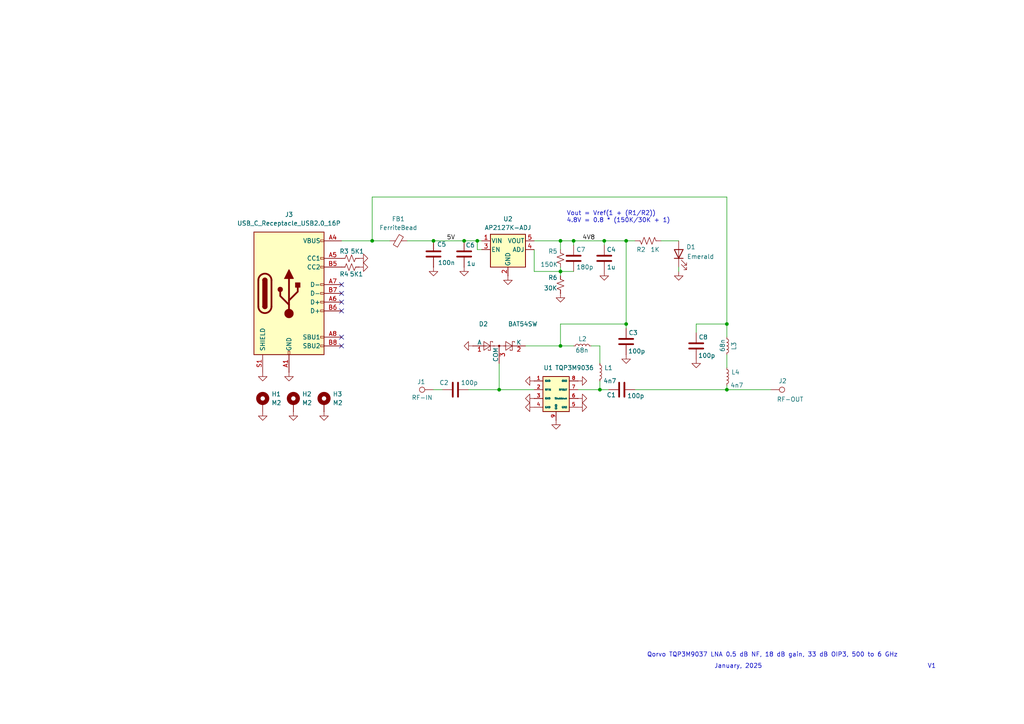
<source format=kicad_sch>
(kicad_sch (version 20231120) (generator "eeschema") (generator_version "8.0")
  (paper "A4")
  (lib_symbols
    (symbol "Connector:TestPoint" (pin_numbers hide) (pin_names (offset 0.762) hide)
      (property "Reference" "TP" (at 0 6.858 0))
      (property "Value" "TestPoint" (at 0 5.08 0))
      (symbol "TestPoint_0_1"
        (circle (center 0 3.302) (radius 0.762))
      )
      (symbol "TestPoint_1_1"
        (pin passive line (at 0 0 90) (length 2.54) (name "1") (number "1"))
      )
    )
    (symbol "Connector:USB_C_Receptacle_USB2.0_16P" (pin_names (offset 1.016))
      (property "Reference" "J" (at 0 22.225 0))
      (property "Value" "USB_C_Receptacle_USB2.0_16P" (at 0 19.685 0))
      (symbol "USB_C_Receptacle_USB2.0_16P_0_0"
        (rectangle (start -0.254 -17.78) (end 0.254 -16.764))
        (rectangle (start 10.16 -14.986) (end 9.144 -15.494))
        (rectangle (start 10.16 -12.446) (end 9.144 -12.954))
        (rectangle (start 10.16 -4.826) (end 9.144 -5.334))
        (rectangle (start 10.16 -2.286) (end 9.144 -2.794))
        (rectangle (start 10.16 0.254) (end 9.144 -0.254))
        (rectangle (start 10.16 2.794) (end 9.144 2.286))
        (rectangle (start 10.16 7.874) (end 9.144 7.366))
        (rectangle (start 10.16 10.414) (end 9.144 9.906))
        (rectangle (start 10.16 15.494) (end 9.144 14.986))
      )
      (symbol "USB_C_Receptacle_USB2.0_16P_0_1"
        (rectangle (start -10.16 17.78) (end 10.16 -17.78) (stroke (width 0.254)) (fill (type background)))
        (arc (start -8.89 -3.81) (mid -6.985 -5.7067) (end -5.08 -3.81) (stroke (width 0.508)))
        (arc (start -7.62 -3.81) (mid -6.985 -4.4423) (end -6.35 -3.81) (stroke (width 0.254)))
        (arc (start -7.62 -3.81) (mid -6.985 -4.4423) (end -6.35 -3.81) (stroke (width 0.254)) (fill (type outline)))
        (rectangle (start -7.62 -3.81) (end -6.35 3.81) (stroke (width 0.254)) (fill (type outline)))
        (arc (start -6.35 3.81) (mid -6.985 4.4423) (end -7.62 3.81) (stroke (width 0.254)))
        (arc (start -6.35 3.81) (mid -6.985 4.4423) (end -7.62 3.81) (stroke (width 0.254)) (fill (type outline)))
        (arc (start -5.08 3.81) (mid -6.985 5.7067) (end -8.89 3.81) (stroke (width 0.508)))
        (circle (center -2.54 1.143) (radius 0.635) (stroke (width 0.254)) (fill (type outline)))
        (circle (center 0 -5.842) (radius 1.27) (fill (type outline)))
        (polyline (pts (xy -8.89 -3.81) (xy -8.89 3.81)) (stroke (width 0.508)))
        (polyline (pts (xy -5.08 3.81) (xy -5.08 -3.81)) (stroke (width 0.508)))
        (polyline (pts (xy 0 -5.842) (xy 0 4.318)) (stroke (width 0.508)))
        (polyline (pts (xy 0 -3.302) (xy -2.54 -0.762) (xy -2.54 0.508)) (stroke (width 0.508)))
        (polyline (pts (xy 0 -2.032) (xy 2.54 0.508) (xy 2.54 1.778)) (stroke (width 0.508)))
        (polyline (pts (xy -1.27 4.318) (xy 0 6.858) (xy 1.27 4.318) (xy -1.27 4.318)) (stroke (width 0.254)) (fill (type outline)))
        (rectangle (start 1.905 1.778) (end 3.175 3.048) (stroke (width 0.254)) (fill (type outline)))
      )
      (symbol "USB_C_Receptacle_USB2.0_16P_1_1"
        (pin passive line (at 0 -22.86 90) (length 5.08) (name "GND") (number "A1"))
        (pin passive line (at 0 -22.86 90) (length 5.08) hide (name "GND") (number "A12"))
        (pin passive line (at 15.24 15.24 180) (length 5.08) (name "VBUS") (number "A4"))
        (pin bidirectional line (at 15.24 10.16 180) (length 5.08) (name "CC1") (number "A5"))
        (pin bidirectional line (at 15.24 -2.54 180) (length 5.08) (name "D+") (number "A6"))
        (pin bidirectional line (at 15.24 2.54 180) (length 5.08) (name "D-") (number "A7"))
        (pin bidirectional line (at 15.24 -12.7 180) (length 5.08) (name "SBU1") (number "A8"))
        (pin passive line (at 15.24 15.24 180) (length 5.08) hide (name "VBUS") (number "A9"))
        (pin passive line (at 0 -22.86 90) (length 5.08) hide (name "GND") (number "B1"))
        (pin passive line (at 0 -22.86 90) (length 5.08) hide (name "GND") (number "B12"))
        (pin passive line (at 15.24 15.24 180) (length 5.08) hide (name "VBUS") (number "B4"))
        (pin bidirectional line (at 15.24 7.62 180) (length 5.08) (name "CC2") (number "B5"))
        (pin bidirectional line (at 15.24 -5.08 180) (length 5.08) (name "D+") (number "B6"))
        (pin bidirectional line (at 15.24 0 180) (length 5.08) (name "D-") (number "B7"))
        (pin bidirectional line (at 15.24 -15.24 180) (length 5.08) (name "SBU2") (number "B8"))
        (pin passive line (at 15.24 15.24 180) (length 5.08) hide (name "VBUS") (number "B9"))
        (pin passive line (at -7.62 -22.86 90) (length 5.08) (name "SHIELD") (number "S1"))
      )
    )
    (symbol "Device:C" (pin_numbers hide) (pin_names (offset 0.254))
      (property "Reference" "C" (at 0.635 2.54 0))
      (property "Value" "C" (at 0.635 -2.54 0))
      (symbol "C_0_1"
        (polyline (pts (xy -2.032 -0.762) (xy 2.032 -0.762)) (stroke (width 0.508)))
        (polyline (pts (xy -2.032 0.762) (xy 2.032 0.762)) (stroke (width 0.508)))
      )
      (symbol "C_1_1"
        (pin passive line (at 0 3.81 270) (length 2.794) (name "~") (number "1"))
        (pin passive line (at 0 -3.81 90) (length 2.794) (name "~") (number "2"))
      )
    )
    (symbol "Device:FerriteBead_Small" (pin_numbers hide) (pin_names (offset 0))
      (property "Reference" "FB" (at 1.905 1.27 0))
      (property "Value" "FerriteBead_Small" (at 1.905 -1.27 0))
      (symbol "FerriteBead_Small_0_1"
        (polyline (pts (xy 0 -1.27) (xy 0 -0.7874)))
        (polyline (pts (xy 0 0.889) (xy 0 1.2954)))
        (polyline (pts (xy -1.8288 0.2794) (xy -1.1176 1.4986) (xy 1.8288 -0.2032) (xy 1.1176 -1.4224) (xy -1.8288 0.2794)))
      )
      (symbol "FerriteBead_Small_1_1"
        (pin passive line (at 0 2.54 270) (length 1.27) (name "~") (number "1"))
        (pin passive line (at 0 -2.54 90) (length 1.27) (name "~") (number "2"))
      )
    )
    (symbol "Device:LED" (pin_numbers hide) (pin_names (offset 1.016) hide)
      (property "Reference" "D" (at 0 2.54 0))
      (property "Value" "LED" (at 0 -2.54 0))
      (symbol "LED_0_1"
        (polyline (pts (xy -1.27 -1.27) (xy -1.27 1.27)) (stroke (width 0.254)))
        (polyline (pts (xy -1.27 0) (xy 1.27 0)))
        (polyline (pts (xy 1.27 -1.27) (xy 1.27 1.27) (xy -1.27 0) (xy 1.27 -1.27)) (stroke (width 0.254)))
        (polyline (pts (xy -3.048 -0.762) (xy -4.572 -2.286) (xy -3.81 -2.286) (xy -4.572 -2.286) (xy -4.572 -1.524)))
        (polyline (pts (xy -1.778 -0.762) (xy -3.302 -2.286) (xy -2.54 -2.286) (xy -3.302 -2.286) (xy -3.302 -1.524)))
      )
      (symbol "LED_1_1"
        (pin passive line (at -3.81 0 0) (length 2.54) (name "K") (number "1"))
        (pin passive line (at 3.81 0 180) (length 2.54) (name "A") (number "2"))
      )
    )
    (symbol "Device:L_Small" (pin_numbers hide) (pin_names (offset 0.254) hide)
      (property "Reference" "L" (at 0.762 1.016 0))
      (property "Value" "L_Small" (at 0.762 -1.016 0))
      (symbol "L_Small_0_1"
        (arc (start 0 -2.032) (mid 0.5058 -1.524) (end 0 -1.016))
        (arc (start 0 -1.016) (mid 0.5058 -0.508) (end 0 0))
        (arc (start 0 0) (mid 0.5058 0.508) (end 0 1.016))
        (arc (start 0 1.016) (mid 0.5058 1.524) (end 0 2.032))
      )
      (symbol "L_Small_1_1"
        (pin passive line (at 0 2.54 270) (length 0.508) (name "~") (number "1"))
        (pin passive line (at 0 -2.54 90) (length 0.508) (name "~") (number "2"))
      )
    )
    (symbol "Device:R_Small_US" (pin_numbers hide) (pin_names (offset 0.254) hide)
      (property "Reference" "R" (at 0.762 0.508 0))
      (property "Value" "R_Small_US" (at 0.762 -1.016 0))
      (symbol "R_Small_US_1_1"
        (polyline (pts (xy 0 0) (xy 1.016 -0.381) (xy 0 -0.762) (xy -1.016 -1.143) (xy 0 -1.524)))
        (polyline (pts (xy 0 1.524) (xy 1.016 1.143) (xy 0 0.762) (xy -1.016 0.381) (xy 0 0)))
        (pin passive line (at 0 2.54 270) (length 1.016) (name "~") (number "1"))
        (pin passive line (at 0 -2.54 90) (length 1.016) (name "~") (number "2"))
      )
    )
    (symbol "Device:R_US" (pin_numbers hide) (pin_names (offset 0))
      (property "Reference" "R" (at 2.54 0 90))
      (property "Value" "R_US" (at -2.54 0 90))
      (symbol "R_US_0_1"
        (polyline (pts (xy 0 -2.286) (xy 0 -2.54)))
        (polyline (pts (xy 0 2.286) (xy 0 2.54)))
        (polyline (pts (xy 0 -0.762) (xy 1.016 -1.143) (xy 0 -1.524) (xy -1.016 -1.905) (xy 0 -2.286)))
        (polyline (pts (xy 0 0.762) (xy 1.016 0.381) (xy 0 0) (xy -1.016 -0.381) (xy 0 -0.762)))
        (polyline (pts (xy 0 2.286) (xy 1.016 1.905) (xy 0 1.524) (xy -1.016 1.143) (xy 0 0.762)))
      )
      (symbol "R_US_1_1"
        (pin passive line (at 0 3.81 270) (length 1.27) (name "~") (number "1"))
        (pin passive line (at 0 -3.81 90) (length 1.27) (name "~") (number "2"))
      )
    )
    (symbol "Diode:BAT54SW" (pin_names (offset 0))
      (property "Reference" "D" (at 0.635 -3.81 0))
      (property "Value" "BAT54SW" (at -6.35 3.175 0))
      (symbol "BAT54SW_0_1"
        (polyline (pts (xy -3.81 0) (xy -1.27 0)))
        (polyline (pts (xy -3.175 -1.27) (xy -3.175 -1.016)))
        (polyline (pts (xy -2.54 -1.27) (xy -3.175 -1.27)))
        (polyline (pts (xy -2.54 -1.27) (xy -2.54 1.27)))
        (polyline (pts (xy -2.54 1.27) (xy -1.905 1.27)))
        (polyline (pts (xy -1.905 0) (xy 1.905 0)))
        (polyline (pts (xy -1.905 1.27) (xy -1.905 1.016)))
        (polyline (pts (xy 1.27 0) (xy 3.81 0)))
        (polyline (pts (xy 3.175 -1.27) (xy 3.175 -1.016)))
        (polyline (pts (xy 3.81 -1.27) (xy 3.175 -1.27)))
        (polyline (pts (xy 3.81 -1.27) (xy 3.81 1.27)))
        (polyline (pts (xy 3.81 1.27) (xy 4.445 1.27)))
        (polyline (pts (xy 4.445 1.27) (xy 4.445 1.016)))
        (polyline (pts (xy -4.445 1.27) (xy -4.445 -1.27) (xy -2.54 0) (xy -4.445 1.27)))
        (polyline (pts (xy 1.905 1.27) (xy 1.905 -1.27) (xy 3.81 0) (xy 1.905 1.27)))
        (circle (center 0 0) (radius 0.254) (fill (type outline)))
      )
      (symbol "BAT54SW_1_1"
        (pin passive line (at -7.62 0 0) (length 3.81) (name "A") (number "1"))
        (pin passive line (at 7.62 0 180) (length 3.81) (name "K") (number "2"))
        (pin passive line (at 0 -5.08 90) (length 5.08) (name "COM") (number "3"))
      )
    )
    (symbol "Mechanical:MountingHole_Pad" (pin_numbers hide) (pin_names (offset 1.016) hide) (exclude_from_sim yes) (in_bom no)
      (property "Reference" "H" (at 0 6.35 0))
      (property "Value" "MountingHole_Pad" (at 0 4.445 0))
      (symbol "MountingHole_Pad_0_1"
        (circle (center 0 1.27) (radius 1.27) (stroke (width 1.27)))
      )
      (symbol "MountingHole_Pad_1_1"
        (pin input line (at 0 -2.54 90) (length 2.54) (name "1") (number "1"))
      )
    )
    (symbol "Regulator_Linear:AP2127K-ADJ" (pin_names (offset 0.254))
      (property "Reference" "U" (at -5.08 5.715 0))
      (property "Value" "AP2127K-ADJ" (at 0 5.715 0))
      (symbol "AP2127K-ADJ_0_1"
        (rectangle (start -5.08 4.445) (end 5.08 -5.08) (stroke (width 0.254)) (fill (type background)))
      )
      (symbol "AP2127K-ADJ_1_1"
        (pin power_in line (at -7.62 2.54 0) (length 2.54) (name "VIN") (number "1"))
        (pin power_in line (at 0 -7.62 90) (length 2.54) (name "GND") (number "2"))
        (pin input line (at -7.62 0 0) (length 2.54) (name "EN") (number "3"))
        (pin input line (at 7.62 0 180) (length 2.54) (name "ADJ") (number "4"))
        (pin power_out line (at 7.62 2.54 180) (length 2.54) (name "VOUT") (number "5"))
      )
    )
    (symbol "power:GND" (power) (pin_numbers hide) (pin_names (offset 0) hide)
      (property "Value" "GND" (at 0 -3.81 0))
      (symbol "GND_0_1"
        (polyline (pts (xy 0 0) (xy 0 -1.27) (xy 1.27 -1.27) (xy 0 -2.54) (xy -1.27 -1.27) (xy 0 -1.27)))
      )
      (symbol "GND_1_1"
        (pin power_in line (at 0 0 270) (length 0) (name "~") (number "1"))
      )
    )
    (symbol "wa1hco:TQP3M9036"
      (property "Reference" "U" (at -3.302 8.382 0))
      (property "Value" "TQP3M9036" (at 6.096 8.128 0))
      (symbol "TQP3M9036_0_1"
        (polyline (pts (xy 3.81 -5.08) (xy 3.81 5.08) (xy -3.81 5.08) (xy -3.81 -5.08) (xy 3.81 -5.08)) (stroke (width 0.254)) (fill (type background)))
      )
      (symbol "TQP3M9036_1_1"
        (pin passive line (at -6.35 3.81 0) (length 2.54) (name "GND") (number "1"))
        (pin input line (at -6.35 1.27 0) (length 2.54) (name "RFIN") (number "2"))
        (pin passive line (at -6.35 -1.27 0) (length 2.54) (name "GND") (number "3"))
        (pin passive line (at -6.35 -3.81 0) (length 2.54) (name "GND") (number "4"))
        (pin passive line (at 6.35 -3.81 180) (length 2.54) (name "GND") (number "5"))
        (pin input line (at 6.35 -1.27 180) (length 2.54) (name "Shutdown") (number "6"))
        (pin output line (at 6.35 1.27 180) (length 2.54) (name "RFOUT") (number "7"))
        (pin passive line (at 6.35 3.81 180) (length 2.54) (name "GND") (number "8"))
        (pin passive line (at 0 -7.62 90) (length 2.54) (name "GND") (number "9"))
      )
    )
  )
  (junction (at 181.61 93.98))
  (junction (at 210.82 93.98))
  (junction (at 166.37 69.85))
  (junction (at 134.62 69.85))
  (junction (at 144.78 113.03))
  (junction (at 210.82 113.03))
  (junction (at 162.56 78.74))
  (junction (at 138.43 69.85))
  (junction (at 162.56 100.33))
  (junction (at 162.56 69.85))
  (junction (at 125.73 69.85))
  (junction (at 181.61 69.85))
  (junction (at 175.26 69.85))
  (junction (at 107.95 69.85))
  (junction (at 173.99 113.03))
  (no_connect (at 99.06 87.63))
  (no_connect (at 99.06 97.79))
  (no_connect (at 99.06 85.09))
  (no_connect (at 99.06 100.33))
  (no_connect (at 99.06 90.17))
  (no_connect (at 99.06 82.55))
  (wire (pts (xy 162.56 69.85) (xy 162.56 72.39)))
  (wire (pts (xy 162.56 78.74) (xy 162.56 77.47)))
  (wire (pts (xy 162.56 100.33) (xy 166.37 100.33)))
  (wire (pts (xy 107.95 57.15) (xy 107.95 69.85)))
  (wire (pts (xy 135.89 113.03) (xy 144.78 113.03)))
  (wire (pts (xy 154.94 78.74) (xy 162.56 78.74)))
  (wire (pts (xy 118.11 69.85) (xy 125.73 69.85)))
  (wire (pts (xy 125.73 69.85) (xy 134.62 69.85)))
  (wire (pts (xy 181.61 69.85) (xy 175.26 69.85)))
  (wire (pts (xy 181.61 69.85) (xy 181.61 93.98)))
  (wire (pts (xy 210.82 97.79) (xy 210.82 93.98)))
  (wire (pts (xy 162.56 93.98) (xy 181.61 93.98)))
  (wire (pts (xy 173.99 100.33) (xy 171.45 100.33)))
  (wire (pts (xy 134.62 69.85) (xy 138.43 69.85)))
  (wire (pts (xy 154.94 69.85) (xy 162.56 69.85)))
  (wire (pts (xy 201.93 96.52) (xy 201.93 93.98)))
  (wire (pts (xy 196.85 78.74) (xy 196.85 77.47)))
  (wire (pts (xy 138.43 69.85) (xy 139.7 69.85)))
  (wire (pts (xy 210.82 106.68) (xy 210.82 102.87)))
  (wire (pts (xy 107.95 69.85) (xy 113.03 69.85)))
  (wire (pts (xy 162.56 100.33) (xy 162.56 93.98)))
  (wire (pts (xy 162.56 69.85) (xy 166.37 69.85)))
  (wire (pts (xy 210.82 111.76) (xy 210.82 113.03)))
  (wire (pts (xy 173.99 113.03) (xy 176.53 113.03)))
  (wire (pts (xy 210.82 57.15) (xy 107.95 57.15)))
  (wire (pts (xy 173.99 100.33) (xy 173.99 105.41)))
  (wire (pts (xy 201.93 93.98) (xy 210.82 93.98)))
  (wire (pts (xy 152.4 100.33) (xy 162.56 100.33)))
  (wire (pts (xy 154.94 72.39) (xy 154.94 78.74)))
  (wire (pts (xy 144.78 105.41) (xy 144.78 113.03)))
  (wire (pts (xy 99.06 69.85) (xy 107.95 69.85)))
  (wire (pts (xy 210.82 113.03) (xy 184.15 113.03)))
  (wire (pts (xy 167.64 113.03) (xy 173.99 113.03)))
  (wire (pts (xy 138.43 72.39) (xy 138.43 69.85)))
  (wire (pts (xy 125.73 113.03) (xy 128.27 113.03)))
  (wire (pts (xy 223.52 113.03) (xy 210.82 113.03)))
  (wire (pts (xy 144.78 113.03) (xy 154.94 113.03)))
  (wire (pts (xy 196.85 69.85) (xy 191.77 69.85)))
  (wire (pts (xy 162.56 78.74) (xy 162.56 80.01)))
  (wire (pts (xy 139.7 72.39) (xy 138.43 72.39)))
  (wire (pts (xy 166.37 69.85) (xy 166.37 71.12)))
  (wire (pts (xy 181.61 69.85) (xy 184.15 69.85)))
  (wire (pts (xy 175.26 69.85) (xy 175.26 71.12)))
  (wire (pts (xy 173.99 110.49) (xy 173.99 113.03)))
  (wire (pts (xy 210.82 93.98) (xy 210.82 57.15)))
  (wire (pts (xy 181.61 95.25) (xy 181.61 93.98)))
  (wire (pts (xy 162.56 78.74) (xy 166.37 78.74)))
  (wire (pts (xy 166.37 69.85) (xy 175.26 69.85)))
  (text "V1\n" (at 270.256 193.294 0) (effects (font (size 1.27 1.27))))
  (text "January, 2025" (at 214.122 193.294 0) (effects (font (size 1.27 1.27))))
  (text "Vout = Vref(1 + (R1/R2))\n4.8V = 0.8 * (150K/30K + 1)" (at 164.338 62.992 0) (effects (font (size 1.27 1.27)) (justify left)))
  (text "Qorvo TQP3M9037 LNA 0.5 dB NF, 18 dB gain, 33 dB OIP3, 500 to 6 GHz" (at 224.028 189.992 0) (effects (font (size 1.27 1.27))))
  (label "5V" (at 129.54 69.85 0))
  (label "4V8" (at 168.91 69.85 0))
  (symbol (lib_id "power:GND") (at 154.94 118.11 270) (unit 1)
    (property "Reference" "#PWR05" (effects (hide yes)))
    (property "Value" "GND" (effects (hide yes)))
    (property "Description" "Power symbol creates a global label with name \"GND\" , ground" (effects (hide yes)))
  )
  (symbol (lib_id "power:GND") (at 93.98 119.38 0) (unit 1)
    (property "Reference" "#PWR021" (effects (hide yes)))
    (property "Value" "GND" (effects (hide yes)))
    (property "Description" "Power symbol creates a global label with name \"GND\" , ground" (effects (hide yes)))
  )
  (symbol (lib_id "Device:C") (at 125.73 73.66 0) (unit 1)
    (property "Reference" "C5" (at 126.746 70.866 0) (effects (justify left)))
    (property "Value" "100n" (at 127 76.2 0) (effects (justify left)))
    (property "Footprint" "Capacitor_SMD:C_0402_1005Metric" (effects (hide yes)))
    (property "Description" "Unpolarized capacitor" (effects (hide yes)))
    (property "LCSC" "C1525" (effects (hide yes)))
  )
  (symbol (lib_id "Device:L_Small") (at 168.91 100.33 90) (unit 1)
    (property "Reference" "L2" (at 170.18 98.298 90) (effects (justify left)))
    (property "Value" "68n" (at 170.688 101.6 90) (effects (justify left)))
    (property "Footprint" "Inductor_SMD:L_0603_1608Metric" (effects (hide yes)))
    (property "Description" "Inductor, small symbol" (effects (hide yes)))
    (property "LCSC" "C405073" (effects (hide yes)))
  )
  (symbol (lib_id "power:GND") (at 83.82 107.95 0) (unit 1)
    (property "Reference" "#PWR013" (effects (hide yes)))
    (property "Value" "GND" (effects (hide yes)))
    (property "Description" "Power symbol creates a global label with name \"GND\" , ground" (effects (hide yes)))
  )
  (symbol (lib_id "power:GND") (at 76.2 107.95 0) (unit 1)
    (property "Reference" "#PWR014" (effects (hide yes)))
    (property "Value" "GND" (effects (hide yes)))
    (property "Description" "Power symbol creates a global label with name \"GND\" , ground" (effects (hide yes)))
  )
  (symbol (lib_id "Device:R_US") (at 187.96 69.85 270) (mirror x) (unit 1)
    (property "Reference" "R2" (at 185.928 72.39 90))
    (property "Value" "1K" (at 189.992 72.39 90))
    (property "Footprint" "Resistor_SMD:R_0402_1005Metric" (effects (hide yes)))
    (property "Description" "Resistor, US symbol" (effects (hide yes)))
    (property "LCSC" "C11702" (effects (hide yes)))
  )
  (symbol (lib_id "power:GND") (at 162.56 85.09 0) (unit 1)
    (property "Reference" "#PWR016" (effects (hide yes)))
    (property "Value" "GND" (effects (hide yes)))
    (property "Description" "Power symbol creates a global label with name \"GND\" , ground" (effects (hide yes)))
  )
  (symbol (lib_id "power:GND") (at 137.16 100.33 270) (unit 1)
    (property "Reference" "#PWR022" (effects (hide yes)))
    (property "Value" "GND" (effects (hide yes)))
    (property "Description" "Power symbol creates a global label with name \"GND\" , ground" (effects (hide yes)))
  )
  (symbol (lib_id "Device:R_Small_US") (at 162.56 82.55 0) (unit 1)
    (property "Reference" "R6" (at 159.004 80.518 0) (effects (justify left)))
    (property "Value" "30K" (at 157.734 83.566 0) (effects (justify left)))
    (property "Footprint" "Resistor_SMD:R_0402_1005Metric" (effects (hide yes)))
    (property "Description" "Resistor, small US symbol" (effects (hide yes)))
    (property "LCSC" "C25776" (effects (hide yes)))
  )
  (symbol (lib_id "Device:C") (at 180.34 113.03 90) (unit 1)
    (property "Reference" "C1" (at 177.292 114.554 90))
    (property "Value" "100p" (at 184.404 114.808 90))
    (property "Footprint" "Capacitor_SMD:C_0402_1005Metric" (effects (hide yes)))
    (property "Description" "Unpolarized capacitor" (effects (hide yes)))
    (property "LCSC" "C1546" (effects (hide yes)))
  )
  (symbol (lib_id "Device:R_Small_US") (at 101.6 74.93 90) (unit 1)
    (property "Reference" "R3" (at 99.822 72.898 90))
    (property "Value" "5K1" (at 103.632 72.898 90))
    (property "Footprint" "Resistor_SMD:R_0402_1005Metric" (effects (hide yes)))
    (property "Description" "Resistor, small US symbol" (effects (hide yes)))
    (property "LCSC" "C105872" (effects (hide yes)))
  )
  (symbol (lib_id "Connector:TestPoint") (at 223.52 113.03 270) (unit 1) (in_bom no)
    (property "Reference" "J2" (at 225.806 110.49 90) (effects (justify left)))
    (property "Value" "RF-OUT" (at 225.298 115.824 90) (effects (justify left)))
    (property "Footprint" "TestPoint:TestPoint_Pad_1.0x1.0mm" (effects (hide yes)))
    (property "Description" "test point" (effects (hide yes)))
  )
  (symbol (lib_id "Mechanical:MountingHole_Pad") (at 93.98 116.84 0) (unit 1) (exclude_from_sim yes) (in_bom no)
    (property "Reference" "H3" (at 96.52 114.2999 0) (effects (justify left)))
    (property "Value" "M2" (at 96.52 116.8399 0) (effects (justify left)))
    (property "Footprint" "MountingHole:MountingHole_2.2mm_M2_DIN965_Pad" (effects (hide yes)))
    (property "Description" "Mounting Hole with connection" (effects (hide yes)))
  )
  (symbol (lib_id "Device:FerriteBead_Small") (at 115.57 69.85 90) (unit 1)
    (property "Reference" "FB1" (at 115.5319 63.5 90))
    (property "Value" "FerriteBead" (at 115.5319 66.04 90))
    (property "Footprint" "Inductor_SMD:L_0805_2012Metric" (effects (hide yes)))
    (property "Description" "Ferrite bead, small symbol" (effects (hide yes)))
    (property "LCSC" "C1017" (effects (hide yes)))
  )
  (symbol (lib_id "power:GND") (at 167.64 115.57 90) (unit 1)
    (property "Reference" "#PWR018" (effects (hide yes)))
    (property "Value" "GND" (effects (hide yes)))
    (property "Description" "Power symbol creates a global label with name \"GND\" , ground" (effects (hide yes)))
  )
  (symbol (lib_id "Device:C") (at 132.08 113.03 90) (unit 1)
    (property "Reference" "C2" (at 128.778 110.998 90))
    (property "Value" "100p" (at 136.144 110.998 90))
    (property "Footprint" "Capacitor_SMD:C_0402_1005Metric" (effects (hide yes)))
    (property "Description" "Unpolarized capacitor" (effects (hide yes)))
    (property "LCSC" "C1546" (effects (hide yes)))
  )
  (symbol (lib_id "Mechanical:MountingHole_Pad") (at 85.09 116.84 0) (unit 1) (exclude_from_sim yes) (in_bom no)
    (property "Reference" "H2" (at 87.63 114.2999 0) (effects (justify left)))
    (property "Value" "M2" (at 87.63 116.8399 0) (effects (justify left)))
    (property "Footprint" "MountingHole:MountingHole_2.2mm_M2_DIN965_Pad" (effects (hide yes)))
    (property "Description" "Mounting Hole with connection" (effects (hide yes)))
  )
  (symbol (lib_id "Connector:TestPoint") (at 125.73 113.03 90) (unit 1) (in_bom no)
    (property "Reference" "J1" (at 122.174 110.744 90))
    (property "Value" "RF-IN" (at 122.428 115.316 90))
    (property "Footprint" "TestPoint:TestPoint_Pad_1.0x1.0mm" (effects (hide yes)))
    (property "Description" "test point" (effects (hide yes)))
  )
  (symbol (lib_id "power:GND") (at 76.2 119.38 0) (unit 1)
    (property "Reference" "#PWR019" (effects (hide yes)))
    (property "Value" "GND" (effects (hide yes)))
    (property "Description" "Power symbol creates a global label with name \"GND\" , ground" (effects (hide yes)))
  )
  (symbol (lib_id "power:GND") (at 154.94 115.57 270) (unit 1)
    (property "Reference" "#PWR04" (effects (hide yes)))
    (property "Value" "GND" (effects (hide yes)))
    (property "Description" "Power symbol creates a global label with name \"GND\" , ground" (effects (hide yes)))
  )
  (symbol (lib_id "Device:C") (at 166.37 74.93 0) (unit 1)
    (property "Reference" "C7" (at 167.132 72.39 0) (effects (justify left)))
    (property "Value" "180p" (at 167.132 77.47 0) (effects (justify left)))
    (property "Footprint" "Capacitor_SMD:C_0402_1005Metric" (effects (hide yes)))
    (property "Description" "Unpolarized capacitor" (effects (hide yes)))
    (property "LCSC" "C106999" (effects (hide yes)))
  )
  (symbol (lib_id "Diode:BAT54SW") (at 144.78 100.33 0) (unit 1)
    (property "Reference" "D2" (at 140.208 93.98 0))
    (property "Value" "BAT54SW" (at 151.638 93.98 0))
    (property "Footprint" "Package_TO_SOT_SMD:SOT-323_SC-70" (effects (hide yes)))
    (property "Datasheet" "https://assets.nexperia.com/documents/data-sheet/BAT54W_SER.pdf" (effects (hide yes)))
    (property "Description" "Vr 30V, If 200mA, Dual schottky barrier diode, in series, SOT-323" (effects (hide yes)))
  )
  (symbol (lib_id "power:GND") (at 85.09 119.38 0) (unit 1)
    (property "Reference" "#PWR020" (effects (hide yes)))
    (property "Value" "GND" (effects (hide yes)))
    (property "Description" "Power symbol creates a global label with name \"GND\" , ground" (effects (hide yes)))
  )
  (symbol (lib_id "power:GND") (at 147.32 80.01 0) (unit 1)
    (property "Reference" "#PWR012" (effects (hide yes)))
    (property "Value" "GND" (effects (hide yes)))
    (property "Description" "Power symbol creates a global label with name \"GND\" , ground" (effects (hide yes)))
  )
  (symbol (lib_id "Device:L_Small") (at 210.82 100.33 0) (unit 1)
    (property "Reference" "L3" (at 212.852 101.6 90) (effects (justify left)))
    (property "Value" "68n" (at 209.55 102.108 90) (effects (justify left)))
    (property "Footprint" "Inductor_SMD:L_0603_1608Metric" (effects (hide yes)))
    (property "Description" "Inductor, small symbol" (effects (hide yes)))
    (property "LCSC" "C405073" (effects (hide yes)))
  )
  (symbol (lib_id "Device:C") (at 201.93 100.33 0) (unit 1)
    (property "Reference" "C8" (at 203.962 97.79 0))
    (property "Value" "100p" (at 204.978 103.124 0))
    (property "Footprint" "Capacitor_SMD:C_0402_1005Metric" (effects (hide yes)))
    (property "Description" "Unpolarized capacitor" (effects (hide yes)))
    (property "LCSC" "C1546" (effects (hide yes)))
  )
  (symbol (lib_id "Device:R_Small_US") (at 101.6 77.47 90) (unit 1)
    (property "Reference" "R4" (at 99.822 79.502 90))
    (property "Value" "5K1" (at 103.378 79.502 90))
    (property "Footprint" "Resistor_SMD:R_0402_1005Metric" (effects (hide yes)))
    (property "Description" "Resistor, small US symbol" (effects (hide yes)))
    (property "LCSC" "C105872" (effects (hide yes)))
  )
  (symbol (lib_id "Device:L_Small") (at 210.82 109.22 0) (unit 1)
    (property "Reference" "L4" (at 212.09 107.9499 0) (effects (justify left)))
    (property "Value" "4n7" (at 211.836 111.76 0) (effects (justify left)))
    (property "Footprint" "Inductor_SMD:L_0402_1005Metric" (effects (hide yes)))
    (property "Description" "Inductor, small symbol" (effects (hide yes)))
    (property "LCSC" "C370225" (effects (hide yes)))
  )
  (symbol (lib_id "power:GND") (at 104.14 74.93 90) (unit 1)
    (property "Reference" "#PWR010" (effects (hide yes)))
    (property "Value" "GND" (effects (hide yes)))
    (property "Description" "Power symbol creates a global label with name \"GND\" , ground" (effects (hide yes)))
  )
  (symbol (lib_id "power:GND") (at 161.29 121.92 0) (unit 1)
    (property "Reference" "#PWR07" (effects (hide yes)))
    (property "Value" "GND" (effects (hide yes)))
    (property "Description" "Power symbol creates a global label with name \"GND\" , ground" (effects (hide yes)))
  )
  (symbol (lib_id "Device:C") (at 181.61 99.06 0) (unit 1)
    (property "Reference" "C3" (at 183.642 96.52 0))
    (property "Value" "100p" (at 184.658 101.854 0))
    (property "Footprint" "Capacitor_SMD:C_0402_1005Metric" (effects (hide yes)))
    (property "Description" "Unpolarized capacitor" (effects (hide yes)))
    (property "LCSC" "C1546" (effects (hide yes)))
  )
  (symbol (lib_id "Device:C") (at 134.62 73.66 0) (unit 1)
    (property "Reference" "C6" (at 136.398 71.12 0))
    (property "Value" "1u" (at 136.652 76.454 0))
    (property "Footprint" "Capacitor_SMD:C_0402_1005Metric" (effects (hide yes)))
    (property "Description" "Unpolarized capacitor" (effects (hide yes)))
    (property "LCSC" "C52923" (effects (hide yes)))
  )
  (symbol (lib_id "power:GND") (at 154.94 110.49 270) (unit 1)
    (property "Reference" "#PWR01" (effects (hide yes)))
    (property "Value" "GND" (effects (hide yes)))
    (property "Description" "Power symbol creates a global label with name \"GND\" , ground" (effects (hide yes)))
  )
  (symbol (lib_id "power:GND") (at 181.61 102.87 0) (unit 1)
    (property "Reference" "#PWR03" (effects (hide yes)))
    (property "Value" "GND" (effects (hide yes)))
    (property "Description" "Power symbol creates a global label with name \"GND\" , ground" (effects (hide yes)))
  )
  (symbol (lib_id "Regulator_Linear:AP2127K-ADJ") (at 147.32 72.39 0) (unit 1)
    (property "Reference" "U2" (at 147.32 63.5 0))
    (property "Value" "AP2127K-ADJ" (at 147.32 66.04 0))
    (property "Footprint" "Package_TO_SOT_SMD:SOT-23-5" (effects (hide yes)))
    (property "Datasheet" "https://www.diodes.com/assets/Datasheets/AP2127.pdf" (effects (hide yes)))
    (property "Description" "300mA low dropout adjustable linear regulator, shutdown pin, 2.5V-6V input voltage, SOT-23-5 package" (effects (hide yes)))
    (property "LCSC" "C96343" (effects (hide yes)))
  )
  (symbol (lib_id "power:GND") (at 201.93 104.14 0) (unit 1)
    (property "Reference" "#PWR023" (effects (hide yes)))
    (property "Value" "GND" (effects (hide yes)))
    (property "Description" "Power symbol creates a global label with name \"GND\" , ground" (effects (hide yes)))
  )
  (symbol (lib_id "Connector:USB_C_Receptacle_USB2.0_16P") (at 83.82 85.09 0) (unit 1)
    (property "Reference" "J3" (at 83.82 62.23 0))
    (property "Value" "USB_C_Receptacle_USB2.0_16P" (at 83.82 64.77 0))
    (property "Footprint" "wa1hco:USB_C_Receptacle_G-Switch_GT-USB-7010ASV" (effects (hide yes)))
    (property "Datasheet" "https://www.usb.org/sites/default/files/documents/usb_type-c.zip" (effects (hide yes)))
    (property "Description" "USB 2.0-only 16P Type-C Receptacle connector" (effects (hide yes)))
    (property "LCSC" "C2997432" (effects (hide yes)))
  )
  (symbol (lib_id "Mechanical:MountingHole_Pad") (at 76.2 116.84 0) (unit 1) (exclude_from_sim yes) (in_bom no)
    (property "Reference" "H1" (at 78.74 114.2999 0) (effects (justify left)))
    (property "Value" "M2" (at 78.74 116.8399 0) (effects (justify left)))
    (property "Footprint" "MountingHole:MountingHole_2.2mm_M2_DIN965_Pad" (effects (hide yes)))
    (property "Description" "Mounting Hole with connection" (effects (hide yes)))
  )
  (symbol (lib_id "Device:LED") (at 196.85 73.66 90) (unit 1)
    (property "Reference" "D1" (at 200.406 71.628 90))
    (property "Value" "Emerald" (at 203.2 74.422 90))
    (property "Footprint" "Diode_SMD:D_0402_1005Metric" (effects (hide yes)))
    (property "Description" "Light emitting diode" (effects (hide yes)))
    (property "LCSC" "C965793" (effects (hide yes)))
  )
  (symbol (lib_id "Device:L_Small") (at 173.99 107.95 0) (unit 1)
    (property "Reference" "L1" (at 175.26 106.6799 0) (effects (justify left)))
    (property "Value" "4n7" (at 175.006 110.49 0) (effects (justify left)))
    (property "Footprint" "Inductor_SMD:L_0402_1005Metric" (effects (hide yes)))
    (property "Description" "Inductor, small symbol" (effects (hide yes)))
    (property "LCSC" "C370225" (effects (hide yes)))
  )
  (symbol (lib_id "power:GND") (at 125.73 77.47 0) (unit 1)
    (property "Reference" "#PWR09" (effects (hide yes)))
    (property "Value" "GND" (effects (hide yes)))
    (property "Description" "Power symbol creates a global label with name \"GND\" , ground" (effects (hide yes)))
  )
  (symbol (lib_id "power:GND") (at 134.62 77.47 0) (unit 1)
    (property "Reference" "#PWR015" (effects (hide yes)))
    (property "Value" "GND" (effects (hide yes)))
    (property "Description" "Power symbol creates a global label with name \"GND\" , ground" (effects (hide yes)))
  )
  (symbol (lib_id "power:GND") (at 104.14 77.47 90) (unit 1)
    (property "Reference" "#PWR011" (effects (hide yes)))
    (property "Value" "GND" (effects (hide yes)))
    (property "Description" "Power symbol creates a global label with name \"GND\" , ground" (effects (hide yes)))
  )
  (symbol (lib_id "wa1hco:TQP3M9036") (at 161.29 114.3 0) (unit 1)
    (property "Reference" "U1" (at 159.004 106.68 0))
    (property "Value" "TQP3M9036" (at 166.624 106.68 0))
    (property "Footprint" "wa1hco:DFN-8-1EP_2x2mm_P0.5mm_EP0.8x1.6mm_via" (effects (hide yes)))
    (property "Datasheet" "https://www.qorvo.com/products/p/TQP3M9036" (effects (hide yes)))
    (property "Description" "50 to 2000 GHz, 20 dB gain, 0.45 dB NF, DFN-8" (effects (hide yes)))
    (property "LCSC" "C920261" (effects (hide yes)))
  )
  (symbol (lib_id "power:GND") (at 167.64 110.49 90) (unit 1)
    (property "Reference" "#PWR017" (effects (hide yes)))
    (property "Value" "GND" (effects (hide yes)))
    (property "Description" "Power symbol creates a global label with name \"GND\" , ground" (effects (hide yes)))
  )
  (symbol (lib_id "power:GND") (at 175.26 78.74 0) (unit 1)
    (property "Reference" "#PWR02" (effects (hide yes)))
    (property "Value" "GND" (effects (hide yes)))
    (property "Description" "Power symbol creates a global label with name \"GND\" , ground" (effects (hide yes)))
  )
  (symbol (lib_id "power:GND") (at 167.64 118.11 90) (unit 1)
    (property "Reference" "#PWR06" (effects (hide yes)))
    (property "Value" "GND" (effects (hide yes)))
    (property "Description" "Power symbol creates a global label with name \"GND\" , ground" (effects (hide yes)))
  )
  (symbol (lib_id "Device:C") (at 175.26 74.93 0) (unit 1)
    (property "Reference" "C4" (at 177.292 72.39 0))
    (property "Value" "1u" (at 177.292 77.47 0))
    (property "Footprint" "Capacitor_SMD:C_0402_1005Metric" (effects (hide yes)))
    (property "Description" "Unpolarized capacitor" (effects (hide yes)))
    (property "LCSC" "C52923" (effects (hide yes)))
  )
  (symbol (lib_id "Device:R_Small_US") (at 162.56 74.93 0) (unit 1)
    (property "Reference" "R5" (at 159.004 72.898 0) (effects (justify left)))
    (property "Value" "150K" (at 156.718 76.708 0) (effects (justify left)))
    (property "Footprint" "Resistor_SMD:R_0402_1005Metric" (effects (hide yes)))
    (property "Description" "Resistor, small US symbol" (effects (hide yes)))
    (property "LCSC" "C93947" (effects (hide yes)))
  )
  (symbol (lib_id "power:GND") (at 196.85 78.74 0) (unit 1)
    (property "Reference" "#PWR08" (effects (hide yes)))
    (property "Value" "GND" (effects (hide yes)))
    (property "Description" "Power symbol creates a global label with name \"GND\" , ground" (effects (hide yes)))
  )
)
</source>
